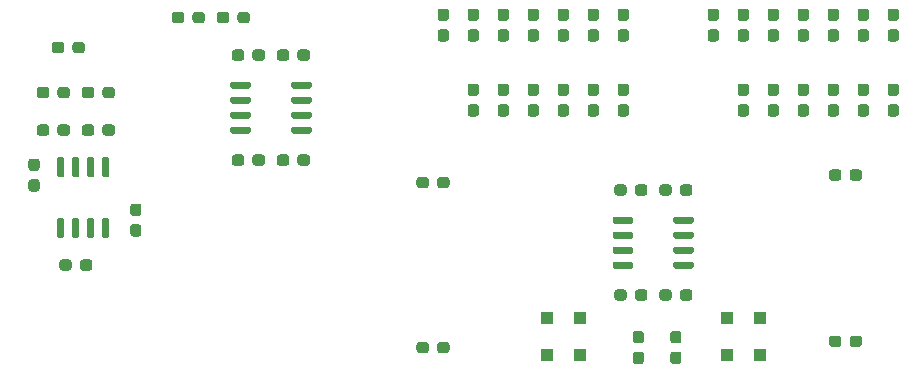
<source format=gtp>
G04 #@! TF.GenerationSoftware,KiCad,Pcbnew,(5.1.6)-1*
G04 #@! TF.CreationDate,2020-12-27T23:26:00+09:00*
G04 #@! TF.ProjectId,VUMeterAmp,56554d65-7465-4724-916d-702e6b696361,rev?*
G04 #@! TF.SameCoordinates,Original*
G04 #@! TF.FileFunction,Paste,Top*
G04 #@! TF.FilePolarity,Positive*
%FSLAX46Y46*%
G04 Gerber Fmt 4.6, Leading zero omitted, Abs format (unit mm)*
G04 Created by KiCad (PCBNEW (5.1.6)-1) date 2020-12-27 23:26:00*
%MOMM*%
%LPD*%
G01*
G04 APERTURE LIST*
%ADD10R,1.100000X1.100000*%
G04 APERTURE END LIST*
G36*
G01*
X115420000Y-125525000D02*
X115720000Y-125525000D01*
G75*
G02*
X115870000Y-125675000I0J-150000D01*
G01*
X115870000Y-127125000D01*
G75*
G02*
X115720000Y-127275000I-150000J0D01*
G01*
X115420000Y-127275000D01*
G75*
G02*
X115270000Y-127125000I0J150000D01*
G01*
X115270000Y-125675000D01*
G75*
G02*
X115420000Y-125525000I150000J0D01*
G01*
G37*
G36*
G01*
X114150000Y-125525000D02*
X114450000Y-125525000D01*
G75*
G02*
X114600000Y-125675000I0J-150000D01*
G01*
X114600000Y-127125000D01*
G75*
G02*
X114450000Y-127275000I-150000J0D01*
G01*
X114150000Y-127275000D01*
G75*
G02*
X114000000Y-127125000I0J150000D01*
G01*
X114000000Y-125675000D01*
G75*
G02*
X114150000Y-125525000I150000J0D01*
G01*
G37*
G36*
G01*
X112880000Y-125525000D02*
X113180000Y-125525000D01*
G75*
G02*
X113330000Y-125675000I0J-150000D01*
G01*
X113330000Y-127125000D01*
G75*
G02*
X113180000Y-127275000I-150000J0D01*
G01*
X112880000Y-127275000D01*
G75*
G02*
X112730000Y-127125000I0J150000D01*
G01*
X112730000Y-125675000D01*
G75*
G02*
X112880000Y-125525000I150000J0D01*
G01*
G37*
G36*
G01*
X111610000Y-125525000D02*
X111910000Y-125525000D01*
G75*
G02*
X112060000Y-125675000I0J-150000D01*
G01*
X112060000Y-127125000D01*
G75*
G02*
X111910000Y-127275000I-150000J0D01*
G01*
X111610000Y-127275000D01*
G75*
G02*
X111460000Y-127125000I0J150000D01*
G01*
X111460000Y-125675000D01*
G75*
G02*
X111610000Y-125525000I150000J0D01*
G01*
G37*
G36*
G01*
X111610000Y-120375000D02*
X111910000Y-120375000D01*
G75*
G02*
X112060000Y-120525000I0J-150000D01*
G01*
X112060000Y-121975000D01*
G75*
G02*
X111910000Y-122125000I-150000J0D01*
G01*
X111610000Y-122125000D01*
G75*
G02*
X111460000Y-121975000I0J150000D01*
G01*
X111460000Y-120525000D01*
G75*
G02*
X111610000Y-120375000I150000J0D01*
G01*
G37*
G36*
G01*
X112880000Y-120375000D02*
X113180000Y-120375000D01*
G75*
G02*
X113330000Y-120525000I0J-150000D01*
G01*
X113330000Y-121975000D01*
G75*
G02*
X113180000Y-122125000I-150000J0D01*
G01*
X112880000Y-122125000D01*
G75*
G02*
X112730000Y-121975000I0J150000D01*
G01*
X112730000Y-120525000D01*
G75*
G02*
X112880000Y-120375000I150000J0D01*
G01*
G37*
G36*
G01*
X114150000Y-120375000D02*
X114450000Y-120375000D01*
G75*
G02*
X114600000Y-120525000I0J-150000D01*
G01*
X114600000Y-121975000D01*
G75*
G02*
X114450000Y-122125000I-150000J0D01*
G01*
X114150000Y-122125000D01*
G75*
G02*
X114000000Y-121975000I0J150000D01*
G01*
X114000000Y-120525000D01*
G75*
G02*
X114150000Y-120375000I150000J0D01*
G01*
G37*
G36*
G01*
X115420000Y-120375000D02*
X115720000Y-120375000D01*
G75*
G02*
X115870000Y-120525000I0J-150000D01*
G01*
X115870000Y-121975000D01*
G75*
G02*
X115720000Y-122125000I-150000J0D01*
G01*
X115420000Y-122125000D01*
G75*
G02*
X115270000Y-121975000I0J150000D01*
G01*
X115270000Y-120525000D01*
G75*
G02*
X115420000Y-120375000I150000J0D01*
G01*
G37*
G36*
G01*
X160225000Y-129390000D02*
X160225000Y-129690000D01*
G75*
G02*
X160075000Y-129840000I-150000J0D01*
G01*
X158625000Y-129840000D01*
G75*
G02*
X158475000Y-129690000I0J150000D01*
G01*
X158475000Y-129390000D01*
G75*
G02*
X158625000Y-129240000I150000J0D01*
G01*
X160075000Y-129240000D01*
G75*
G02*
X160225000Y-129390000I0J-150000D01*
G01*
G37*
G36*
G01*
X160225000Y-128120000D02*
X160225000Y-128420000D01*
G75*
G02*
X160075000Y-128570000I-150000J0D01*
G01*
X158625000Y-128570000D01*
G75*
G02*
X158475000Y-128420000I0J150000D01*
G01*
X158475000Y-128120000D01*
G75*
G02*
X158625000Y-127970000I150000J0D01*
G01*
X160075000Y-127970000D01*
G75*
G02*
X160225000Y-128120000I0J-150000D01*
G01*
G37*
G36*
G01*
X160225000Y-126850000D02*
X160225000Y-127150000D01*
G75*
G02*
X160075000Y-127300000I-150000J0D01*
G01*
X158625000Y-127300000D01*
G75*
G02*
X158475000Y-127150000I0J150000D01*
G01*
X158475000Y-126850000D01*
G75*
G02*
X158625000Y-126700000I150000J0D01*
G01*
X160075000Y-126700000D01*
G75*
G02*
X160225000Y-126850000I0J-150000D01*
G01*
G37*
G36*
G01*
X160225000Y-125580000D02*
X160225000Y-125880000D01*
G75*
G02*
X160075000Y-126030000I-150000J0D01*
G01*
X158625000Y-126030000D01*
G75*
G02*
X158475000Y-125880000I0J150000D01*
G01*
X158475000Y-125580000D01*
G75*
G02*
X158625000Y-125430000I150000J0D01*
G01*
X160075000Y-125430000D01*
G75*
G02*
X160225000Y-125580000I0J-150000D01*
G01*
G37*
G36*
G01*
X165375000Y-125580000D02*
X165375000Y-125880000D01*
G75*
G02*
X165225000Y-126030000I-150000J0D01*
G01*
X163775000Y-126030000D01*
G75*
G02*
X163625000Y-125880000I0J150000D01*
G01*
X163625000Y-125580000D01*
G75*
G02*
X163775000Y-125430000I150000J0D01*
G01*
X165225000Y-125430000D01*
G75*
G02*
X165375000Y-125580000I0J-150000D01*
G01*
G37*
G36*
G01*
X165375000Y-126850000D02*
X165375000Y-127150000D01*
G75*
G02*
X165225000Y-127300000I-150000J0D01*
G01*
X163775000Y-127300000D01*
G75*
G02*
X163625000Y-127150000I0J150000D01*
G01*
X163625000Y-126850000D01*
G75*
G02*
X163775000Y-126700000I150000J0D01*
G01*
X165225000Y-126700000D01*
G75*
G02*
X165375000Y-126850000I0J-150000D01*
G01*
G37*
G36*
G01*
X165375000Y-128120000D02*
X165375000Y-128420000D01*
G75*
G02*
X165225000Y-128570000I-150000J0D01*
G01*
X163775000Y-128570000D01*
G75*
G02*
X163625000Y-128420000I0J150000D01*
G01*
X163625000Y-128120000D01*
G75*
G02*
X163775000Y-127970000I150000J0D01*
G01*
X165225000Y-127970000D01*
G75*
G02*
X165375000Y-128120000I0J-150000D01*
G01*
G37*
G36*
G01*
X165375000Y-129390000D02*
X165375000Y-129690000D01*
G75*
G02*
X165225000Y-129840000I-150000J0D01*
G01*
X163775000Y-129840000D01*
G75*
G02*
X163625000Y-129690000I0J150000D01*
G01*
X163625000Y-129390000D01*
G75*
G02*
X163775000Y-129240000I150000J0D01*
G01*
X165225000Y-129240000D01*
G75*
G02*
X165375000Y-129390000I0J-150000D01*
G01*
G37*
G36*
G01*
X127840000Y-117960000D02*
X127840000Y-118260000D01*
G75*
G02*
X127690000Y-118410000I-150000J0D01*
G01*
X126240000Y-118410000D01*
G75*
G02*
X126090000Y-118260000I0J150000D01*
G01*
X126090000Y-117960000D01*
G75*
G02*
X126240000Y-117810000I150000J0D01*
G01*
X127690000Y-117810000D01*
G75*
G02*
X127840000Y-117960000I0J-150000D01*
G01*
G37*
G36*
G01*
X127840000Y-116690000D02*
X127840000Y-116990000D01*
G75*
G02*
X127690000Y-117140000I-150000J0D01*
G01*
X126240000Y-117140000D01*
G75*
G02*
X126090000Y-116990000I0J150000D01*
G01*
X126090000Y-116690000D01*
G75*
G02*
X126240000Y-116540000I150000J0D01*
G01*
X127690000Y-116540000D01*
G75*
G02*
X127840000Y-116690000I0J-150000D01*
G01*
G37*
G36*
G01*
X127840000Y-115420000D02*
X127840000Y-115720000D01*
G75*
G02*
X127690000Y-115870000I-150000J0D01*
G01*
X126240000Y-115870000D01*
G75*
G02*
X126090000Y-115720000I0J150000D01*
G01*
X126090000Y-115420000D01*
G75*
G02*
X126240000Y-115270000I150000J0D01*
G01*
X127690000Y-115270000D01*
G75*
G02*
X127840000Y-115420000I0J-150000D01*
G01*
G37*
G36*
G01*
X127840000Y-114150000D02*
X127840000Y-114450000D01*
G75*
G02*
X127690000Y-114600000I-150000J0D01*
G01*
X126240000Y-114600000D01*
G75*
G02*
X126090000Y-114450000I0J150000D01*
G01*
X126090000Y-114150000D01*
G75*
G02*
X126240000Y-114000000I150000J0D01*
G01*
X127690000Y-114000000D01*
G75*
G02*
X127840000Y-114150000I0J-150000D01*
G01*
G37*
G36*
G01*
X132990000Y-114150000D02*
X132990000Y-114450000D01*
G75*
G02*
X132840000Y-114600000I-150000J0D01*
G01*
X131390000Y-114600000D01*
G75*
G02*
X131240000Y-114450000I0J150000D01*
G01*
X131240000Y-114150000D01*
G75*
G02*
X131390000Y-114000000I150000J0D01*
G01*
X132840000Y-114000000D01*
G75*
G02*
X132990000Y-114150000I0J-150000D01*
G01*
G37*
G36*
G01*
X132990000Y-115420000D02*
X132990000Y-115720000D01*
G75*
G02*
X132840000Y-115870000I-150000J0D01*
G01*
X131390000Y-115870000D01*
G75*
G02*
X131240000Y-115720000I0J150000D01*
G01*
X131240000Y-115420000D01*
G75*
G02*
X131390000Y-115270000I150000J0D01*
G01*
X132840000Y-115270000D01*
G75*
G02*
X132990000Y-115420000I0J-150000D01*
G01*
G37*
G36*
G01*
X132990000Y-116690000D02*
X132990000Y-116990000D01*
G75*
G02*
X132840000Y-117140000I-150000J0D01*
G01*
X131390000Y-117140000D01*
G75*
G02*
X131240000Y-116990000I0J150000D01*
G01*
X131240000Y-116690000D01*
G75*
G02*
X131390000Y-116540000I150000J0D01*
G01*
X132840000Y-116540000D01*
G75*
G02*
X132990000Y-116690000I0J-150000D01*
G01*
G37*
G36*
G01*
X132990000Y-117960000D02*
X132990000Y-118260000D01*
G75*
G02*
X132840000Y-118410000I-150000J0D01*
G01*
X131390000Y-118410000D01*
G75*
G02*
X131240000Y-118260000I0J150000D01*
G01*
X131240000Y-117960000D01*
G75*
G02*
X131390000Y-117810000I150000J0D01*
G01*
X132840000Y-117810000D01*
G75*
G02*
X132990000Y-117960000I0J-150000D01*
G01*
G37*
G36*
G01*
X115285000Y-118347500D02*
X115285000Y-117872500D01*
G75*
G02*
X115522500Y-117635000I237500J0D01*
G01*
X116097500Y-117635000D01*
G75*
G02*
X116335000Y-117872500I0J-237500D01*
G01*
X116335000Y-118347500D01*
G75*
G02*
X116097500Y-118585000I-237500J0D01*
G01*
X115522500Y-118585000D01*
G75*
G02*
X115285000Y-118347500I0J237500D01*
G01*
G37*
G36*
G01*
X113535000Y-118347500D02*
X113535000Y-117872500D01*
G75*
G02*
X113772500Y-117635000I237500J0D01*
G01*
X114347500Y-117635000D01*
G75*
G02*
X114585000Y-117872500I0J-237500D01*
G01*
X114585000Y-118347500D01*
G75*
G02*
X114347500Y-118585000I-237500J0D01*
G01*
X113772500Y-118585000D01*
G75*
G02*
X113535000Y-118347500I0J237500D01*
G01*
G37*
G36*
G01*
X111475000Y-118347500D02*
X111475000Y-117872500D01*
G75*
G02*
X111712500Y-117635000I237500J0D01*
G01*
X112287500Y-117635000D01*
G75*
G02*
X112525000Y-117872500I0J-237500D01*
G01*
X112525000Y-118347500D01*
G75*
G02*
X112287500Y-118585000I-237500J0D01*
G01*
X111712500Y-118585000D01*
G75*
G02*
X111475000Y-118347500I0J237500D01*
G01*
G37*
G36*
G01*
X109725000Y-118347500D02*
X109725000Y-117872500D01*
G75*
G02*
X109962500Y-117635000I237500J0D01*
G01*
X110537500Y-117635000D01*
G75*
G02*
X110775000Y-117872500I0J-237500D01*
G01*
X110775000Y-118347500D01*
G75*
G02*
X110537500Y-118585000I-237500J0D01*
G01*
X109962500Y-118585000D01*
G75*
G02*
X109725000Y-118347500I0J237500D01*
G01*
G37*
G36*
G01*
X160892500Y-136175000D02*
X160417500Y-136175000D01*
G75*
G02*
X160180000Y-135937500I0J237500D01*
G01*
X160180000Y-135362500D01*
G75*
G02*
X160417500Y-135125000I237500J0D01*
G01*
X160892500Y-135125000D01*
G75*
G02*
X161130000Y-135362500I0J-237500D01*
G01*
X161130000Y-135937500D01*
G75*
G02*
X160892500Y-136175000I-237500J0D01*
G01*
G37*
G36*
G01*
X160892500Y-137925000D02*
X160417500Y-137925000D01*
G75*
G02*
X160180000Y-137687500I0J237500D01*
G01*
X160180000Y-137112500D01*
G75*
G02*
X160417500Y-136875000I237500J0D01*
G01*
X160892500Y-136875000D01*
G75*
G02*
X161130000Y-137112500I0J-237500D01*
G01*
X161130000Y-137687500D01*
G75*
G02*
X160892500Y-137925000I-237500J0D01*
G01*
G37*
G36*
G01*
X164067500Y-136175000D02*
X163592500Y-136175000D01*
G75*
G02*
X163355000Y-135937500I0J237500D01*
G01*
X163355000Y-135362500D01*
G75*
G02*
X163592500Y-135125000I237500J0D01*
G01*
X164067500Y-135125000D01*
G75*
G02*
X164305000Y-135362500I0J-237500D01*
G01*
X164305000Y-135937500D01*
G75*
G02*
X164067500Y-136175000I-237500J0D01*
G01*
G37*
G36*
G01*
X164067500Y-137925000D02*
X163592500Y-137925000D01*
G75*
G02*
X163355000Y-137687500I0J237500D01*
G01*
X163355000Y-137112500D01*
G75*
G02*
X163592500Y-136875000I237500J0D01*
G01*
X164067500Y-136875000D01*
G75*
G02*
X164305000Y-137112500I0J-237500D01*
G01*
X164305000Y-137687500D01*
G75*
G02*
X164067500Y-137925000I-237500J0D01*
G01*
G37*
G36*
G01*
X160370000Y-123427500D02*
X160370000Y-122952500D01*
G75*
G02*
X160607500Y-122715000I237500J0D01*
G01*
X161182500Y-122715000D01*
G75*
G02*
X161420000Y-122952500I0J-237500D01*
G01*
X161420000Y-123427500D01*
G75*
G02*
X161182500Y-123665000I-237500J0D01*
G01*
X160607500Y-123665000D01*
G75*
G02*
X160370000Y-123427500I0J237500D01*
G01*
G37*
G36*
G01*
X158620000Y-123427500D02*
X158620000Y-122952500D01*
G75*
G02*
X158857500Y-122715000I237500J0D01*
G01*
X159432500Y-122715000D01*
G75*
G02*
X159670000Y-122952500I0J-237500D01*
G01*
X159670000Y-123427500D01*
G75*
G02*
X159432500Y-123665000I-237500J0D01*
G01*
X158857500Y-123665000D01*
G75*
G02*
X158620000Y-123427500I0J237500D01*
G01*
G37*
G36*
G01*
X163480000Y-131842500D02*
X163480000Y-132317500D01*
G75*
G02*
X163242500Y-132555000I-237500J0D01*
G01*
X162667500Y-132555000D01*
G75*
G02*
X162430000Y-132317500I0J237500D01*
G01*
X162430000Y-131842500D01*
G75*
G02*
X162667500Y-131605000I237500J0D01*
G01*
X163242500Y-131605000D01*
G75*
G02*
X163480000Y-131842500I0J-237500D01*
G01*
G37*
G36*
G01*
X165230000Y-131842500D02*
X165230000Y-132317500D01*
G75*
G02*
X164992500Y-132555000I-237500J0D01*
G01*
X164417500Y-132555000D01*
G75*
G02*
X164180000Y-132317500I0J237500D01*
G01*
X164180000Y-131842500D01*
G75*
G02*
X164417500Y-131605000I237500J0D01*
G01*
X164992500Y-131605000D01*
G75*
G02*
X165230000Y-131842500I0J-237500D01*
G01*
G37*
G36*
G01*
X159622500Y-115220000D02*
X159147500Y-115220000D01*
G75*
G02*
X158910000Y-114982500I0J237500D01*
G01*
X158910000Y-114407500D01*
G75*
G02*
X159147500Y-114170000I237500J0D01*
G01*
X159622500Y-114170000D01*
G75*
G02*
X159860000Y-114407500I0J-237500D01*
G01*
X159860000Y-114982500D01*
G75*
G02*
X159622500Y-115220000I-237500J0D01*
G01*
G37*
G36*
G01*
X159622500Y-116970000D02*
X159147500Y-116970000D01*
G75*
G02*
X158910000Y-116732500I0J237500D01*
G01*
X158910000Y-116157500D01*
G75*
G02*
X159147500Y-115920000I237500J0D01*
G01*
X159622500Y-115920000D01*
G75*
G02*
X159860000Y-116157500I0J-237500D01*
G01*
X159860000Y-116732500D01*
G75*
G02*
X159622500Y-116970000I-237500J0D01*
G01*
G37*
G36*
G01*
X157082500Y-115220000D02*
X156607500Y-115220000D01*
G75*
G02*
X156370000Y-114982500I0J237500D01*
G01*
X156370000Y-114407500D01*
G75*
G02*
X156607500Y-114170000I237500J0D01*
G01*
X157082500Y-114170000D01*
G75*
G02*
X157320000Y-114407500I0J-237500D01*
G01*
X157320000Y-114982500D01*
G75*
G02*
X157082500Y-115220000I-237500J0D01*
G01*
G37*
G36*
G01*
X157082500Y-116970000D02*
X156607500Y-116970000D01*
G75*
G02*
X156370000Y-116732500I0J237500D01*
G01*
X156370000Y-116157500D01*
G75*
G02*
X156607500Y-115920000I237500J0D01*
G01*
X157082500Y-115920000D01*
G75*
G02*
X157320000Y-116157500I0J-237500D01*
G01*
X157320000Y-116732500D01*
G75*
G02*
X157082500Y-116970000I-237500J0D01*
G01*
G37*
G36*
G01*
X154542500Y-115220000D02*
X154067500Y-115220000D01*
G75*
G02*
X153830000Y-114982500I0J237500D01*
G01*
X153830000Y-114407500D01*
G75*
G02*
X154067500Y-114170000I237500J0D01*
G01*
X154542500Y-114170000D01*
G75*
G02*
X154780000Y-114407500I0J-237500D01*
G01*
X154780000Y-114982500D01*
G75*
G02*
X154542500Y-115220000I-237500J0D01*
G01*
G37*
G36*
G01*
X154542500Y-116970000D02*
X154067500Y-116970000D01*
G75*
G02*
X153830000Y-116732500I0J237500D01*
G01*
X153830000Y-116157500D01*
G75*
G02*
X154067500Y-115920000I237500J0D01*
G01*
X154542500Y-115920000D01*
G75*
G02*
X154780000Y-116157500I0J-237500D01*
G01*
X154780000Y-116732500D01*
G75*
G02*
X154542500Y-116970000I-237500J0D01*
G01*
G37*
G36*
G01*
X152002500Y-115220000D02*
X151527500Y-115220000D01*
G75*
G02*
X151290000Y-114982500I0J237500D01*
G01*
X151290000Y-114407500D01*
G75*
G02*
X151527500Y-114170000I237500J0D01*
G01*
X152002500Y-114170000D01*
G75*
G02*
X152240000Y-114407500I0J-237500D01*
G01*
X152240000Y-114982500D01*
G75*
G02*
X152002500Y-115220000I-237500J0D01*
G01*
G37*
G36*
G01*
X152002500Y-116970000D02*
X151527500Y-116970000D01*
G75*
G02*
X151290000Y-116732500I0J237500D01*
G01*
X151290000Y-116157500D01*
G75*
G02*
X151527500Y-115920000I237500J0D01*
G01*
X152002500Y-115920000D01*
G75*
G02*
X152240000Y-116157500I0J-237500D01*
G01*
X152240000Y-116732500D01*
G75*
G02*
X152002500Y-116970000I-237500J0D01*
G01*
G37*
G36*
G01*
X149462500Y-115220000D02*
X148987500Y-115220000D01*
G75*
G02*
X148750000Y-114982500I0J237500D01*
G01*
X148750000Y-114407500D01*
G75*
G02*
X148987500Y-114170000I237500J0D01*
G01*
X149462500Y-114170000D01*
G75*
G02*
X149700000Y-114407500I0J-237500D01*
G01*
X149700000Y-114982500D01*
G75*
G02*
X149462500Y-115220000I-237500J0D01*
G01*
G37*
G36*
G01*
X149462500Y-116970000D02*
X148987500Y-116970000D01*
G75*
G02*
X148750000Y-116732500I0J237500D01*
G01*
X148750000Y-116157500D01*
G75*
G02*
X148987500Y-115920000I237500J0D01*
G01*
X149462500Y-115920000D01*
G75*
G02*
X149700000Y-116157500I0J-237500D01*
G01*
X149700000Y-116732500D01*
G75*
G02*
X149462500Y-116970000I-237500J0D01*
G01*
G37*
G36*
G01*
X146922500Y-115220000D02*
X146447500Y-115220000D01*
G75*
G02*
X146210000Y-114982500I0J237500D01*
G01*
X146210000Y-114407500D01*
G75*
G02*
X146447500Y-114170000I237500J0D01*
G01*
X146922500Y-114170000D01*
G75*
G02*
X147160000Y-114407500I0J-237500D01*
G01*
X147160000Y-114982500D01*
G75*
G02*
X146922500Y-115220000I-237500J0D01*
G01*
G37*
G36*
G01*
X146922500Y-116970000D02*
X146447500Y-116970000D01*
G75*
G02*
X146210000Y-116732500I0J237500D01*
G01*
X146210000Y-116157500D01*
G75*
G02*
X146447500Y-115920000I237500J0D01*
G01*
X146922500Y-115920000D01*
G75*
G02*
X147160000Y-116157500I0J-237500D01*
G01*
X147160000Y-116732500D01*
G75*
G02*
X146922500Y-116970000I-237500J0D01*
G01*
G37*
G36*
G01*
X182482500Y-115220000D02*
X182007500Y-115220000D01*
G75*
G02*
X181770000Y-114982500I0J237500D01*
G01*
X181770000Y-114407500D01*
G75*
G02*
X182007500Y-114170000I237500J0D01*
G01*
X182482500Y-114170000D01*
G75*
G02*
X182720000Y-114407500I0J-237500D01*
G01*
X182720000Y-114982500D01*
G75*
G02*
X182482500Y-115220000I-237500J0D01*
G01*
G37*
G36*
G01*
X182482500Y-116970000D02*
X182007500Y-116970000D01*
G75*
G02*
X181770000Y-116732500I0J237500D01*
G01*
X181770000Y-116157500D01*
G75*
G02*
X182007500Y-115920000I237500J0D01*
G01*
X182482500Y-115920000D01*
G75*
G02*
X182720000Y-116157500I0J-237500D01*
G01*
X182720000Y-116732500D01*
G75*
G02*
X182482500Y-116970000I-237500J0D01*
G01*
G37*
G36*
G01*
X179942500Y-115220000D02*
X179467500Y-115220000D01*
G75*
G02*
X179230000Y-114982500I0J237500D01*
G01*
X179230000Y-114407500D01*
G75*
G02*
X179467500Y-114170000I237500J0D01*
G01*
X179942500Y-114170000D01*
G75*
G02*
X180180000Y-114407500I0J-237500D01*
G01*
X180180000Y-114982500D01*
G75*
G02*
X179942500Y-115220000I-237500J0D01*
G01*
G37*
G36*
G01*
X179942500Y-116970000D02*
X179467500Y-116970000D01*
G75*
G02*
X179230000Y-116732500I0J237500D01*
G01*
X179230000Y-116157500D01*
G75*
G02*
X179467500Y-115920000I237500J0D01*
G01*
X179942500Y-115920000D01*
G75*
G02*
X180180000Y-116157500I0J-237500D01*
G01*
X180180000Y-116732500D01*
G75*
G02*
X179942500Y-116970000I-237500J0D01*
G01*
G37*
G36*
G01*
X177402500Y-115220000D02*
X176927500Y-115220000D01*
G75*
G02*
X176690000Y-114982500I0J237500D01*
G01*
X176690000Y-114407500D01*
G75*
G02*
X176927500Y-114170000I237500J0D01*
G01*
X177402500Y-114170000D01*
G75*
G02*
X177640000Y-114407500I0J-237500D01*
G01*
X177640000Y-114982500D01*
G75*
G02*
X177402500Y-115220000I-237500J0D01*
G01*
G37*
G36*
G01*
X177402500Y-116970000D02*
X176927500Y-116970000D01*
G75*
G02*
X176690000Y-116732500I0J237500D01*
G01*
X176690000Y-116157500D01*
G75*
G02*
X176927500Y-115920000I237500J0D01*
G01*
X177402500Y-115920000D01*
G75*
G02*
X177640000Y-116157500I0J-237500D01*
G01*
X177640000Y-116732500D01*
G75*
G02*
X177402500Y-116970000I-237500J0D01*
G01*
G37*
G36*
G01*
X174862500Y-115220000D02*
X174387500Y-115220000D01*
G75*
G02*
X174150000Y-114982500I0J237500D01*
G01*
X174150000Y-114407500D01*
G75*
G02*
X174387500Y-114170000I237500J0D01*
G01*
X174862500Y-114170000D01*
G75*
G02*
X175100000Y-114407500I0J-237500D01*
G01*
X175100000Y-114982500D01*
G75*
G02*
X174862500Y-115220000I-237500J0D01*
G01*
G37*
G36*
G01*
X174862500Y-116970000D02*
X174387500Y-116970000D01*
G75*
G02*
X174150000Y-116732500I0J237500D01*
G01*
X174150000Y-116157500D01*
G75*
G02*
X174387500Y-115920000I237500J0D01*
G01*
X174862500Y-115920000D01*
G75*
G02*
X175100000Y-116157500I0J-237500D01*
G01*
X175100000Y-116732500D01*
G75*
G02*
X174862500Y-116970000I-237500J0D01*
G01*
G37*
G36*
G01*
X172322500Y-115220000D02*
X171847500Y-115220000D01*
G75*
G02*
X171610000Y-114982500I0J237500D01*
G01*
X171610000Y-114407500D01*
G75*
G02*
X171847500Y-114170000I237500J0D01*
G01*
X172322500Y-114170000D01*
G75*
G02*
X172560000Y-114407500I0J-237500D01*
G01*
X172560000Y-114982500D01*
G75*
G02*
X172322500Y-115220000I-237500J0D01*
G01*
G37*
G36*
G01*
X172322500Y-116970000D02*
X171847500Y-116970000D01*
G75*
G02*
X171610000Y-116732500I0J237500D01*
G01*
X171610000Y-116157500D01*
G75*
G02*
X171847500Y-115920000I237500J0D01*
G01*
X172322500Y-115920000D01*
G75*
G02*
X172560000Y-116157500I0J-237500D01*
G01*
X172560000Y-116732500D01*
G75*
G02*
X172322500Y-116970000I-237500J0D01*
G01*
G37*
G36*
G01*
X169782500Y-115220000D02*
X169307500Y-115220000D01*
G75*
G02*
X169070000Y-114982500I0J237500D01*
G01*
X169070000Y-114407500D01*
G75*
G02*
X169307500Y-114170000I237500J0D01*
G01*
X169782500Y-114170000D01*
G75*
G02*
X170020000Y-114407500I0J-237500D01*
G01*
X170020000Y-114982500D01*
G75*
G02*
X169782500Y-115220000I-237500J0D01*
G01*
G37*
G36*
G01*
X169782500Y-116970000D02*
X169307500Y-116970000D01*
G75*
G02*
X169070000Y-116732500I0J237500D01*
G01*
X169070000Y-116157500D01*
G75*
G02*
X169307500Y-115920000I237500J0D01*
G01*
X169782500Y-115920000D01*
G75*
G02*
X170020000Y-116157500I0J-237500D01*
G01*
X170020000Y-116732500D01*
G75*
G02*
X169782500Y-116970000I-237500J0D01*
G01*
G37*
G36*
G01*
X159622500Y-108870000D02*
X159147500Y-108870000D01*
G75*
G02*
X158910000Y-108632500I0J237500D01*
G01*
X158910000Y-108057500D01*
G75*
G02*
X159147500Y-107820000I237500J0D01*
G01*
X159622500Y-107820000D01*
G75*
G02*
X159860000Y-108057500I0J-237500D01*
G01*
X159860000Y-108632500D01*
G75*
G02*
X159622500Y-108870000I-237500J0D01*
G01*
G37*
G36*
G01*
X159622500Y-110620000D02*
X159147500Y-110620000D01*
G75*
G02*
X158910000Y-110382500I0J237500D01*
G01*
X158910000Y-109807500D01*
G75*
G02*
X159147500Y-109570000I237500J0D01*
G01*
X159622500Y-109570000D01*
G75*
G02*
X159860000Y-109807500I0J-237500D01*
G01*
X159860000Y-110382500D01*
G75*
G02*
X159622500Y-110620000I-237500J0D01*
G01*
G37*
G36*
G01*
X157082500Y-108870000D02*
X156607500Y-108870000D01*
G75*
G02*
X156370000Y-108632500I0J237500D01*
G01*
X156370000Y-108057500D01*
G75*
G02*
X156607500Y-107820000I237500J0D01*
G01*
X157082500Y-107820000D01*
G75*
G02*
X157320000Y-108057500I0J-237500D01*
G01*
X157320000Y-108632500D01*
G75*
G02*
X157082500Y-108870000I-237500J0D01*
G01*
G37*
G36*
G01*
X157082500Y-110620000D02*
X156607500Y-110620000D01*
G75*
G02*
X156370000Y-110382500I0J237500D01*
G01*
X156370000Y-109807500D01*
G75*
G02*
X156607500Y-109570000I237500J0D01*
G01*
X157082500Y-109570000D01*
G75*
G02*
X157320000Y-109807500I0J-237500D01*
G01*
X157320000Y-110382500D01*
G75*
G02*
X157082500Y-110620000I-237500J0D01*
G01*
G37*
G36*
G01*
X154542500Y-108870000D02*
X154067500Y-108870000D01*
G75*
G02*
X153830000Y-108632500I0J237500D01*
G01*
X153830000Y-108057500D01*
G75*
G02*
X154067500Y-107820000I237500J0D01*
G01*
X154542500Y-107820000D01*
G75*
G02*
X154780000Y-108057500I0J-237500D01*
G01*
X154780000Y-108632500D01*
G75*
G02*
X154542500Y-108870000I-237500J0D01*
G01*
G37*
G36*
G01*
X154542500Y-110620000D02*
X154067500Y-110620000D01*
G75*
G02*
X153830000Y-110382500I0J237500D01*
G01*
X153830000Y-109807500D01*
G75*
G02*
X154067500Y-109570000I237500J0D01*
G01*
X154542500Y-109570000D01*
G75*
G02*
X154780000Y-109807500I0J-237500D01*
G01*
X154780000Y-110382500D01*
G75*
G02*
X154542500Y-110620000I-237500J0D01*
G01*
G37*
G36*
G01*
X152002500Y-108870000D02*
X151527500Y-108870000D01*
G75*
G02*
X151290000Y-108632500I0J237500D01*
G01*
X151290000Y-108057500D01*
G75*
G02*
X151527500Y-107820000I237500J0D01*
G01*
X152002500Y-107820000D01*
G75*
G02*
X152240000Y-108057500I0J-237500D01*
G01*
X152240000Y-108632500D01*
G75*
G02*
X152002500Y-108870000I-237500J0D01*
G01*
G37*
G36*
G01*
X152002500Y-110620000D02*
X151527500Y-110620000D01*
G75*
G02*
X151290000Y-110382500I0J237500D01*
G01*
X151290000Y-109807500D01*
G75*
G02*
X151527500Y-109570000I237500J0D01*
G01*
X152002500Y-109570000D01*
G75*
G02*
X152240000Y-109807500I0J-237500D01*
G01*
X152240000Y-110382500D01*
G75*
G02*
X152002500Y-110620000I-237500J0D01*
G01*
G37*
G36*
G01*
X149462500Y-108870000D02*
X148987500Y-108870000D01*
G75*
G02*
X148750000Y-108632500I0J237500D01*
G01*
X148750000Y-108057500D01*
G75*
G02*
X148987500Y-107820000I237500J0D01*
G01*
X149462500Y-107820000D01*
G75*
G02*
X149700000Y-108057500I0J-237500D01*
G01*
X149700000Y-108632500D01*
G75*
G02*
X149462500Y-108870000I-237500J0D01*
G01*
G37*
G36*
G01*
X149462500Y-110620000D02*
X148987500Y-110620000D01*
G75*
G02*
X148750000Y-110382500I0J237500D01*
G01*
X148750000Y-109807500D01*
G75*
G02*
X148987500Y-109570000I237500J0D01*
G01*
X149462500Y-109570000D01*
G75*
G02*
X149700000Y-109807500I0J-237500D01*
G01*
X149700000Y-110382500D01*
G75*
G02*
X149462500Y-110620000I-237500J0D01*
G01*
G37*
G36*
G01*
X146922500Y-108870000D02*
X146447500Y-108870000D01*
G75*
G02*
X146210000Y-108632500I0J237500D01*
G01*
X146210000Y-108057500D01*
G75*
G02*
X146447500Y-107820000I237500J0D01*
G01*
X146922500Y-107820000D01*
G75*
G02*
X147160000Y-108057500I0J-237500D01*
G01*
X147160000Y-108632500D01*
G75*
G02*
X146922500Y-108870000I-237500J0D01*
G01*
G37*
G36*
G01*
X146922500Y-110620000D02*
X146447500Y-110620000D01*
G75*
G02*
X146210000Y-110382500I0J237500D01*
G01*
X146210000Y-109807500D01*
G75*
G02*
X146447500Y-109570000I237500J0D01*
G01*
X146922500Y-109570000D01*
G75*
G02*
X147160000Y-109807500I0J-237500D01*
G01*
X147160000Y-110382500D01*
G75*
G02*
X146922500Y-110620000I-237500J0D01*
G01*
G37*
G36*
G01*
X182482500Y-108870000D02*
X182007500Y-108870000D01*
G75*
G02*
X181770000Y-108632500I0J237500D01*
G01*
X181770000Y-108057500D01*
G75*
G02*
X182007500Y-107820000I237500J0D01*
G01*
X182482500Y-107820000D01*
G75*
G02*
X182720000Y-108057500I0J-237500D01*
G01*
X182720000Y-108632500D01*
G75*
G02*
X182482500Y-108870000I-237500J0D01*
G01*
G37*
G36*
G01*
X182482500Y-110620000D02*
X182007500Y-110620000D01*
G75*
G02*
X181770000Y-110382500I0J237500D01*
G01*
X181770000Y-109807500D01*
G75*
G02*
X182007500Y-109570000I237500J0D01*
G01*
X182482500Y-109570000D01*
G75*
G02*
X182720000Y-109807500I0J-237500D01*
G01*
X182720000Y-110382500D01*
G75*
G02*
X182482500Y-110620000I-237500J0D01*
G01*
G37*
G36*
G01*
X179942500Y-108870000D02*
X179467500Y-108870000D01*
G75*
G02*
X179230000Y-108632500I0J237500D01*
G01*
X179230000Y-108057500D01*
G75*
G02*
X179467500Y-107820000I237500J0D01*
G01*
X179942500Y-107820000D01*
G75*
G02*
X180180000Y-108057500I0J-237500D01*
G01*
X180180000Y-108632500D01*
G75*
G02*
X179942500Y-108870000I-237500J0D01*
G01*
G37*
G36*
G01*
X179942500Y-110620000D02*
X179467500Y-110620000D01*
G75*
G02*
X179230000Y-110382500I0J237500D01*
G01*
X179230000Y-109807500D01*
G75*
G02*
X179467500Y-109570000I237500J0D01*
G01*
X179942500Y-109570000D01*
G75*
G02*
X180180000Y-109807500I0J-237500D01*
G01*
X180180000Y-110382500D01*
G75*
G02*
X179942500Y-110620000I-237500J0D01*
G01*
G37*
G36*
G01*
X177402500Y-108870000D02*
X176927500Y-108870000D01*
G75*
G02*
X176690000Y-108632500I0J237500D01*
G01*
X176690000Y-108057500D01*
G75*
G02*
X176927500Y-107820000I237500J0D01*
G01*
X177402500Y-107820000D01*
G75*
G02*
X177640000Y-108057500I0J-237500D01*
G01*
X177640000Y-108632500D01*
G75*
G02*
X177402500Y-108870000I-237500J0D01*
G01*
G37*
G36*
G01*
X177402500Y-110620000D02*
X176927500Y-110620000D01*
G75*
G02*
X176690000Y-110382500I0J237500D01*
G01*
X176690000Y-109807500D01*
G75*
G02*
X176927500Y-109570000I237500J0D01*
G01*
X177402500Y-109570000D01*
G75*
G02*
X177640000Y-109807500I0J-237500D01*
G01*
X177640000Y-110382500D01*
G75*
G02*
X177402500Y-110620000I-237500J0D01*
G01*
G37*
G36*
G01*
X174862500Y-108870000D02*
X174387500Y-108870000D01*
G75*
G02*
X174150000Y-108632500I0J237500D01*
G01*
X174150000Y-108057500D01*
G75*
G02*
X174387500Y-107820000I237500J0D01*
G01*
X174862500Y-107820000D01*
G75*
G02*
X175100000Y-108057500I0J-237500D01*
G01*
X175100000Y-108632500D01*
G75*
G02*
X174862500Y-108870000I-237500J0D01*
G01*
G37*
G36*
G01*
X174862500Y-110620000D02*
X174387500Y-110620000D01*
G75*
G02*
X174150000Y-110382500I0J237500D01*
G01*
X174150000Y-109807500D01*
G75*
G02*
X174387500Y-109570000I237500J0D01*
G01*
X174862500Y-109570000D01*
G75*
G02*
X175100000Y-109807500I0J-237500D01*
G01*
X175100000Y-110382500D01*
G75*
G02*
X174862500Y-110620000I-237500J0D01*
G01*
G37*
G36*
G01*
X172322500Y-108870000D02*
X171847500Y-108870000D01*
G75*
G02*
X171610000Y-108632500I0J237500D01*
G01*
X171610000Y-108057500D01*
G75*
G02*
X171847500Y-107820000I237500J0D01*
G01*
X172322500Y-107820000D01*
G75*
G02*
X172560000Y-108057500I0J-237500D01*
G01*
X172560000Y-108632500D01*
G75*
G02*
X172322500Y-108870000I-237500J0D01*
G01*
G37*
G36*
G01*
X172322500Y-110620000D02*
X171847500Y-110620000D01*
G75*
G02*
X171610000Y-110382500I0J237500D01*
G01*
X171610000Y-109807500D01*
G75*
G02*
X171847500Y-109570000I237500J0D01*
G01*
X172322500Y-109570000D01*
G75*
G02*
X172560000Y-109807500I0J-237500D01*
G01*
X172560000Y-110382500D01*
G75*
G02*
X172322500Y-110620000I-237500J0D01*
G01*
G37*
G36*
G01*
X169782500Y-108870000D02*
X169307500Y-108870000D01*
G75*
G02*
X169070000Y-108632500I0J237500D01*
G01*
X169070000Y-108057500D01*
G75*
G02*
X169307500Y-107820000I237500J0D01*
G01*
X169782500Y-107820000D01*
G75*
G02*
X170020000Y-108057500I0J-237500D01*
G01*
X170020000Y-108632500D01*
G75*
G02*
X169782500Y-108870000I-237500J0D01*
G01*
G37*
G36*
G01*
X169782500Y-110620000D02*
X169307500Y-110620000D01*
G75*
G02*
X169070000Y-110382500I0J237500D01*
G01*
X169070000Y-109807500D01*
G75*
G02*
X169307500Y-109570000I237500J0D01*
G01*
X169782500Y-109570000D01*
G75*
G02*
X170020000Y-109807500I0J-237500D01*
G01*
X170020000Y-110382500D01*
G75*
G02*
X169782500Y-110620000I-237500J0D01*
G01*
G37*
G36*
G01*
X143907500Y-109570000D02*
X144382500Y-109570000D01*
G75*
G02*
X144620000Y-109807500I0J-237500D01*
G01*
X144620000Y-110382500D01*
G75*
G02*
X144382500Y-110620000I-237500J0D01*
G01*
X143907500Y-110620000D01*
G75*
G02*
X143670000Y-110382500I0J237500D01*
G01*
X143670000Y-109807500D01*
G75*
G02*
X143907500Y-109570000I237500J0D01*
G01*
G37*
G36*
G01*
X143907500Y-107820000D02*
X144382500Y-107820000D01*
G75*
G02*
X144620000Y-108057500I0J-237500D01*
G01*
X144620000Y-108632500D01*
G75*
G02*
X144382500Y-108870000I-237500J0D01*
G01*
X143907500Y-108870000D01*
G75*
G02*
X143670000Y-108632500I0J237500D01*
G01*
X143670000Y-108057500D01*
G75*
G02*
X143907500Y-107820000I237500J0D01*
G01*
G37*
G36*
G01*
X166767500Y-109570000D02*
X167242500Y-109570000D01*
G75*
G02*
X167480000Y-109807500I0J-237500D01*
G01*
X167480000Y-110382500D01*
G75*
G02*
X167242500Y-110620000I-237500J0D01*
G01*
X166767500Y-110620000D01*
G75*
G02*
X166530000Y-110382500I0J237500D01*
G01*
X166530000Y-109807500D01*
G75*
G02*
X166767500Y-109570000I237500J0D01*
G01*
G37*
G36*
G01*
X166767500Y-107820000D02*
X167242500Y-107820000D01*
G75*
G02*
X167480000Y-108057500I0J-237500D01*
G01*
X167480000Y-108632500D01*
G75*
G02*
X167242500Y-108870000I-237500J0D01*
G01*
X166767500Y-108870000D01*
G75*
G02*
X166530000Y-108632500I0J237500D01*
G01*
X166530000Y-108057500D01*
G75*
G02*
X166767500Y-107820000I237500J0D01*
G01*
G37*
G36*
G01*
X122905000Y-108822500D02*
X122905000Y-108347500D01*
G75*
G02*
X123142500Y-108110000I237500J0D01*
G01*
X123717500Y-108110000D01*
G75*
G02*
X123955000Y-108347500I0J-237500D01*
G01*
X123955000Y-108822500D01*
G75*
G02*
X123717500Y-109060000I-237500J0D01*
G01*
X123142500Y-109060000D01*
G75*
G02*
X122905000Y-108822500I0J237500D01*
G01*
G37*
G36*
G01*
X121155000Y-108822500D02*
X121155000Y-108347500D01*
G75*
G02*
X121392500Y-108110000I237500J0D01*
G01*
X121967500Y-108110000D01*
G75*
G02*
X122205000Y-108347500I0J-237500D01*
G01*
X122205000Y-108822500D01*
G75*
G02*
X121967500Y-109060000I-237500J0D01*
G01*
X121392500Y-109060000D01*
G75*
G02*
X121155000Y-108822500I0J237500D01*
G01*
G37*
G36*
G01*
X126015000Y-108347500D02*
X126015000Y-108822500D01*
G75*
G02*
X125777500Y-109060000I-237500J0D01*
G01*
X125202500Y-109060000D01*
G75*
G02*
X124965000Y-108822500I0J237500D01*
G01*
X124965000Y-108347500D01*
G75*
G02*
X125202500Y-108110000I237500J0D01*
G01*
X125777500Y-108110000D01*
G75*
G02*
X126015000Y-108347500I0J-237500D01*
G01*
G37*
G36*
G01*
X127765000Y-108347500D02*
X127765000Y-108822500D01*
G75*
G02*
X127527500Y-109060000I-237500J0D01*
G01*
X126952500Y-109060000D01*
G75*
G02*
X126715000Y-108822500I0J237500D01*
G01*
X126715000Y-108347500D01*
G75*
G02*
X126952500Y-108110000I237500J0D01*
G01*
X127527500Y-108110000D01*
G75*
G02*
X127765000Y-108347500I0J-237500D01*
G01*
G37*
D10*
X152905000Y-137160000D03*
X155705000Y-137160000D03*
X155705000Y-133985000D03*
X152905000Y-133985000D03*
X170945000Y-137160000D03*
X168145000Y-137160000D03*
X168145000Y-133985000D03*
X170945000Y-133985000D03*
G36*
G01*
X113380000Y-129777500D02*
X113380000Y-129302500D01*
G75*
G02*
X113617500Y-129065000I237500J0D01*
G01*
X114192500Y-129065000D01*
G75*
G02*
X114430000Y-129302500I0J-237500D01*
G01*
X114430000Y-129777500D01*
G75*
G02*
X114192500Y-130015000I-237500J0D01*
G01*
X113617500Y-130015000D01*
G75*
G02*
X113380000Y-129777500I0J237500D01*
G01*
G37*
G36*
G01*
X111630000Y-129777500D02*
X111630000Y-129302500D01*
G75*
G02*
X111867500Y-129065000I237500J0D01*
G01*
X112442500Y-129065000D01*
G75*
G02*
X112680000Y-129302500I0J-237500D01*
G01*
X112680000Y-129777500D01*
G75*
G02*
X112442500Y-130015000I-237500J0D01*
G01*
X111867500Y-130015000D01*
G75*
G02*
X111630000Y-129777500I0J237500D01*
G01*
G37*
G36*
G01*
X115285000Y-115172500D02*
X115285000Y-114697500D01*
G75*
G02*
X115522500Y-114460000I237500J0D01*
G01*
X116097500Y-114460000D01*
G75*
G02*
X116335000Y-114697500I0J-237500D01*
G01*
X116335000Y-115172500D01*
G75*
G02*
X116097500Y-115410000I-237500J0D01*
G01*
X115522500Y-115410000D01*
G75*
G02*
X115285000Y-115172500I0J237500D01*
G01*
G37*
G36*
G01*
X113535000Y-115172500D02*
X113535000Y-114697500D01*
G75*
G02*
X113772500Y-114460000I237500J0D01*
G01*
X114347500Y-114460000D01*
G75*
G02*
X114585000Y-114697500I0J-237500D01*
G01*
X114585000Y-115172500D01*
G75*
G02*
X114347500Y-115410000I-237500J0D01*
G01*
X113772500Y-115410000D01*
G75*
G02*
X113535000Y-115172500I0J237500D01*
G01*
G37*
G36*
G01*
X111475000Y-115172500D02*
X111475000Y-114697500D01*
G75*
G02*
X111712500Y-114460000I237500J0D01*
G01*
X112287500Y-114460000D01*
G75*
G02*
X112525000Y-114697500I0J-237500D01*
G01*
X112525000Y-115172500D01*
G75*
G02*
X112287500Y-115410000I-237500J0D01*
G01*
X111712500Y-115410000D01*
G75*
G02*
X111475000Y-115172500I0J237500D01*
G01*
G37*
G36*
G01*
X109725000Y-115172500D02*
X109725000Y-114697500D01*
G75*
G02*
X109962500Y-114460000I237500J0D01*
G01*
X110537500Y-114460000D01*
G75*
G02*
X110775000Y-114697500I0J-237500D01*
G01*
X110775000Y-115172500D01*
G75*
G02*
X110537500Y-115410000I-237500J0D01*
G01*
X109962500Y-115410000D01*
G75*
G02*
X109725000Y-115172500I0J237500D01*
G01*
G37*
G36*
G01*
X109727500Y-121570000D02*
X109252500Y-121570000D01*
G75*
G02*
X109015000Y-121332500I0J237500D01*
G01*
X109015000Y-120757500D01*
G75*
G02*
X109252500Y-120520000I237500J0D01*
G01*
X109727500Y-120520000D01*
G75*
G02*
X109965000Y-120757500I0J-237500D01*
G01*
X109965000Y-121332500D01*
G75*
G02*
X109727500Y-121570000I-237500J0D01*
G01*
G37*
G36*
G01*
X109727500Y-123320000D02*
X109252500Y-123320000D01*
G75*
G02*
X109015000Y-123082500I0J237500D01*
G01*
X109015000Y-122507500D01*
G75*
G02*
X109252500Y-122270000I237500J0D01*
G01*
X109727500Y-122270000D01*
G75*
G02*
X109965000Y-122507500I0J-237500D01*
G01*
X109965000Y-123082500D01*
G75*
G02*
X109727500Y-123320000I-237500J0D01*
G01*
G37*
G36*
G01*
X118347500Y-125380000D02*
X117872500Y-125380000D01*
G75*
G02*
X117635000Y-125142500I0J237500D01*
G01*
X117635000Y-124567500D01*
G75*
G02*
X117872500Y-124330000I237500J0D01*
G01*
X118347500Y-124330000D01*
G75*
G02*
X118585000Y-124567500I0J-237500D01*
G01*
X118585000Y-125142500D01*
G75*
G02*
X118347500Y-125380000I-237500J0D01*
G01*
G37*
G36*
G01*
X118347500Y-127130000D02*
X117872500Y-127130000D01*
G75*
G02*
X117635000Y-126892500I0J237500D01*
G01*
X117635000Y-126317500D01*
G75*
G02*
X117872500Y-126080000I237500J0D01*
G01*
X118347500Y-126080000D01*
G75*
G02*
X118585000Y-126317500I0J-237500D01*
G01*
X118585000Y-126892500D01*
G75*
G02*
X118347500Y-127130000I-237500J0D01*
G01*
G37*
G36*
G01*
X164180000Y-123427500D02*
X164180000Y-122952500D01*
G75*
G02*
X164417500Y-122715000I237500J0D01*
G01*
X164992500Y-122715000D01*
G75*
G02*
X165230000Y-122952500I0J-237500D01*
G01*
X165230000Y-123427500D01*
G75*
G02*
X164992500Y-123665000I-237500J0D01*
G01*
X164417500Y-123665000D01*
G75*
G02*
X164180000Y-123427500I0J237500D01*
G01*
G37*
G36*
G01*
X162430000Y-123427500D02*
X162430000Y-122952500D01*
G75*
G02*
X162667500Y-122715000I237500J0D01*
G01*
X163242500Y-122715000D01*
G75*
G02*
X163480000Y-122952500I0J-237500D01*
G01*
X163480000Y-123427500D01*
G75*
G02*
X163242500Y-123665000I-237500J0D01*
G01*
X162667500Y-123665000D01*
G75*
G02*
X162430000Y-123427500I0J237500D01*
G01*
G37*
G36*
G01*
X160370000Y-132317500D02*
X160370000Y-131842500D01*
G75*
G02*
X160607500Y-131605000I237500J0D01*
G01*
X161182500Y-131605000D01*
G75*
G02*
X161420000Y-131842500I0J-237500D01*
G01*
X161420000Y-132317500D01*
G75*
G02*
X161182500Y-132555000I-237500J0D01*
G01*
X160607500Y-132555000D01*
G75*
G02*
X160370000Y-132317500I0J237500D01*
G01*
G37*
G36*
G01*
X158620000Y-132317500D02*
X158620000Y-131842500D01*
G75*
G02*
X158857500Y-131605000I237500J0D01*
G01*
X159432500Y-131605000D01*
G75*
G02*
X159670000Y-131842500I0J-237500D01*
G01*
X159670000Y-132317500D01*
G75*
G02*
X159432500Y-132555000I-237500J0D01*
G01*
X158857500Y-132555000D01*
G75*
G02*
X158620000Y-132317500I0J237500D01*
G01*
G37*
G36*
G01*
X131795000Y-111997500D02*
X131795000Y-111522500D01*
G75*
G02*
X132032500Y-111285000I237500J0D01*
G01*
X132607500Y-111285000D01*
G75*
G02*
X132845000Y-111522500I0J-237500D01*
G01*
X132845000Y-111997500D01*
G75*
G02*
X132607500Y-112235000I-237500J0D01*
G01*
X132032500Y-112235000D01*
G75*
G02*
X131795000Y-111997500I0J237500D01*
G01*
G37*
G36*
G01*
X130045000Y-111997500D02*
X130045000Y-111522500D01*
G75*
G02*
X130282500Y-111285000I237500J0D01*
G01*
X130857500Y-111285000D01*
G75*
G02*
X131095000Y-111522500I0J-237500D01*
G01*
X131095000Y-111997500D01*
G75*
G02*
X130857500Y-112235000I-237500J0D01*
G01*
X130282500Y-112235000D01*
G75*
G02*
X130045000Y-111997500I0J237500D01*
G01*
G37*
G36*
G01*
X127985000Y-120887500D02*
X127985000Y-120412500D01*
G75*
G02*
X128222500Y-120175000I237500J0D01*
G01*
X128797500Y-120175000D01*
G75*
G02*
X129035000Y-120412500I0J-237500D01*
G01*
X129035000Y-120887500D01*
G75*
G02*
X128797500Y-121125000I-237500J0D01*
G01*
X128222500Y-121125000D01*
G75*
G02*
X127985000Y-120887500I0J237500D01*
G01*
G37*
G36*
G01*
X126235000Y-120887500D02*
X126235000Y-120412500D01*
G75*
G02*
X126472500Y-120175000I237500J0D01*
G01*
X127047500Y-120175000D01*
G75*
G02*
X127285000Y-120412500I0J-237500D01*
G01*
X127285000Y-120887500D01*
G75*
G02*
X127047500Y-121125000I-237500J0D01*
G01*
X126472500Y-121125000D01*
G75*
G02*
X126235000Y-120887500I0J237500D01*
G01*
G37*
G36*
G01*
X112745000Y-111362500D02*
X112745000Y-110887500D01*
G75*
G02*
X112982500Y-110650000I237500J0D01*
G01*
X113557500Y-110650000D01*
G75*
G02*
X113795000Y-110887500I0J-237500D01*
G01*
X113795000Y-111362500D01*
G75*
G02*
X113557500Y-111600000I-237500J0D01*
G01*
X112982500Y-111600000D01*
G75*
G02*
X112745000Y-111362500I0J237500D01*
G01*
G37*
G36*
G01*
X110995000Y-111362500D02*
X110995000Y-110887500D01*
G75*
G02*
X111232500Y-110650000I237500J0D01*
G01*
X111807500Y-110650000D01*
G75*
G02*
X112045000Y-110887500I0J-237500D01*
G01*
X112045000Y-111362500D01*
G75*
G02*
X111807500Y-111600000I-237500J0D01*
G01*
X111232500Y-111600000D01*
G75*
G02*
X110995000Y-111362500I0J237500D01*
G01*
G37*
G36*
G01*
X142920000Y-136287500D02*
X142920000Y-136762500D01*
G75*
G02*
X142682500Y-137000000I-237500J0D01*
G01*
X142107500Y-137000000D01*
G75*
G02*
X141870000Y-136762500I0J237500D01*
G01*
X141870000Y-136287500D01*
G75*
G02*
X142107500Y-136050000I237500J0D01*
G01*
X142682500Y-136050000D01*
G75*
G02*
X142920000Y-136287500I0J-237500D01*
G01*
G37*
G36*
G01*
X144670000Y-136287500D02*
X144670000Y-136762500D01*
G75*
G02*
X144432500Y-137000000I-237500J0D01*
G01*
X143857500Y-137000000D01*
G75*
G02*
X143620000Y-136762500I0J237500D01*
G01*
X143620000Y-136287500D01*
G75*
G02*
X143857500Y-136050000I237500J0D01*
G01*
X144432500Y-136050000D01*
G75*
G02*
X144670000Y-136287500I0J-237500D01*
G01*
G37*
G36*
G01*
X142920000Y-122317500D02*
X142920000Y-122792500D01*
G75*
G02*
X142682500Y-123030000I-237500J0D01*
G01*
X142107500Y-123030000D01*
G75*
G02*
X141870000Y-122792500I0J237500D01*
G01*
X141870000Y-122317500D01*
G75*
G02*
X142107500Y-122080000I237500J0D01*
G01*
X142682500Y-122080000D01*
G75*
G02*
X142920000Y-122317500I0J-237500D01*
G01*
G37*
G36*
G01*
X144670000Y-122317500D02*
X144670000Y-122792500D01*
G75*
G02*
X144432500Y-123030000I-237500J0D01*
G01*
X143857500Y-123030000D01*
G75*
G02*
X143620000Y-122792500I0J237500D01*
G01*
X143620000Y-122317500D01*
G75*
G02*
X143857500Y-122080000I237500J0D01*
G01*
X144432500Y-122080000D01*
G75*
G02*
X144670000Y-122317500I0J-237500D01*
G01*
G37*
G36*
G01*
X127285000Y-111522500D02*
X127285000Y-111997500D01*
G75*
G02*
X127047500Y-112235000I-237500J0D01*
G01*
X126472500Y-112235000D01*
G75*
G02*
X126235000Y-111997500I0J237500D01*
G01*
X126235000Y-111522500D01*
G75*
G02*
X126472500Y-111285000I237500J0D01*
G01*
X127047500Y-111285000D01*
G75*
G02*
X127285000Y-111522500I0J-237500D01*
G01*
G37*
G36*
G01*
X129035000Y-111522500D02*
X129035000Y-111997500D01*
G75*
G02*
X128797500Y-112235000I-237500J0D01*
G01*
X128222500Y-112235000D01*
G75*
G02*
X127985000Y-111997500I0J237500D01*
G01*
X127985000Y-111522500D01*
G75*
G02*
X128222500Y-111285000I237500J0D01*
G01*
X128797500Y-111285000D01*
G75*
G02*
X129035000Y-111522500I0J-237500D01*
G01*
G37*
G36*
G01*
X131795000Y-120887500D02*
X131795000Y-120412500D01*
G75*
G02*
X132032500Y-120175000I237500J0D01*
G01*
X132607500Y-120175000D01*
G75*
G02*
X132845000Y-120412500I0J-237500D01*
G01*
X132845000Y-120887500D01*
G75*
G02*
X132607500Y-121125000I-237500J0D01*
G01*
X132032500Y-121125000D01*
G75*
G02*
X131795000Y-120887500I0J237500D01*
G01*
G37*
G36*
G01*
X130045000Y-120887500D02*
X130045000Y-120412500D01*
G75*
G02*
X130282500Y-120175000I237500J0D01*
G01*
X130857500Y-120175000D01*
G75*
G02*
X131095000Y-120412500I0J-237500D01*
G01*
X131095000Y-120887500D01*
G75*
G02*
X130857500Y-121125000I-237500J0D01*
G01*
X130282500Y-121125000D01*
G75*
G02*
X130045000Y-120887500I0J237500D01*
G01*
G37*
G36*
G01*
X177845000Y-135762500D02*
X177845000Y-136237500D01*
G75*
G02*
X177607500Y-136475000I-237500J0D01*
G01*
X177032500Y-136475000D01*
G75*
G02*
X176795000Y-136237500I0J237500D01*
G01*
X176795000Y-135762500D01*
G75*
G02*
X177032500Y-135525000I237500J0D01*
G01*
X177607500Y-135525000D01*
G75*
G02*
X177845000Y-135762500I0J-237500D01*
G01*
G37*
G36*
G01*
X179595000Y-135762500D02*
X179595000Y-136237500D01*
G75*
G02*
X179357500Y-136475000I-237500J0D01*
G01*
X178782500Y-136475000D01*
G75*
G02*
X178545000Y-136237500I0J237500D01*
G01*
X178545000Y-135762500D01*
G75*
G02*
X178782500Y-135525000I237500J0D01*
G01*
X179357500Y-135525000D01*
G75*
G02*
X179595000Y-135762500I0J-237500D01*
G01*
G37*
G36*
G01*
X177845000Y-121682500D02*
X177845000Y-122157500D01*
G75*
G02*
X177607500Y-122395000I-237500J0D01*
G01*
X177032500Y-122395000D01*
G75*
G02*
X176795000Y-122157500I0J237500D01*
G01*
X176795000Y-121682500D01*
G75*
G02*
X177032500Y-121445000I237500J0D01*
G01*
X177607500Y-121445000D01*
G75*
G02*
X177845000Y-121682500I0J-237500D01*
G01*
G37*
G36*
G01*
X179595000Y-121682500D02*
X179595000Y-122157500D01*
G75*
G02*
X179357500Y-122395000I-237500J0D01*
G01*
X178782500Y-122395000D01*
G75*
G02*
X178545000Y-122157500I0J237500D01*
G01*
X178545000Y-121682500D01*
G75*
G02*
X178782500Y-121445000I237500J0D01*
G01*
X179357500Y-121445000D01*
G75*
G02*
X179595000Y-121682500I0J-237500D01*
G01*
G37*
M02*

</source>
